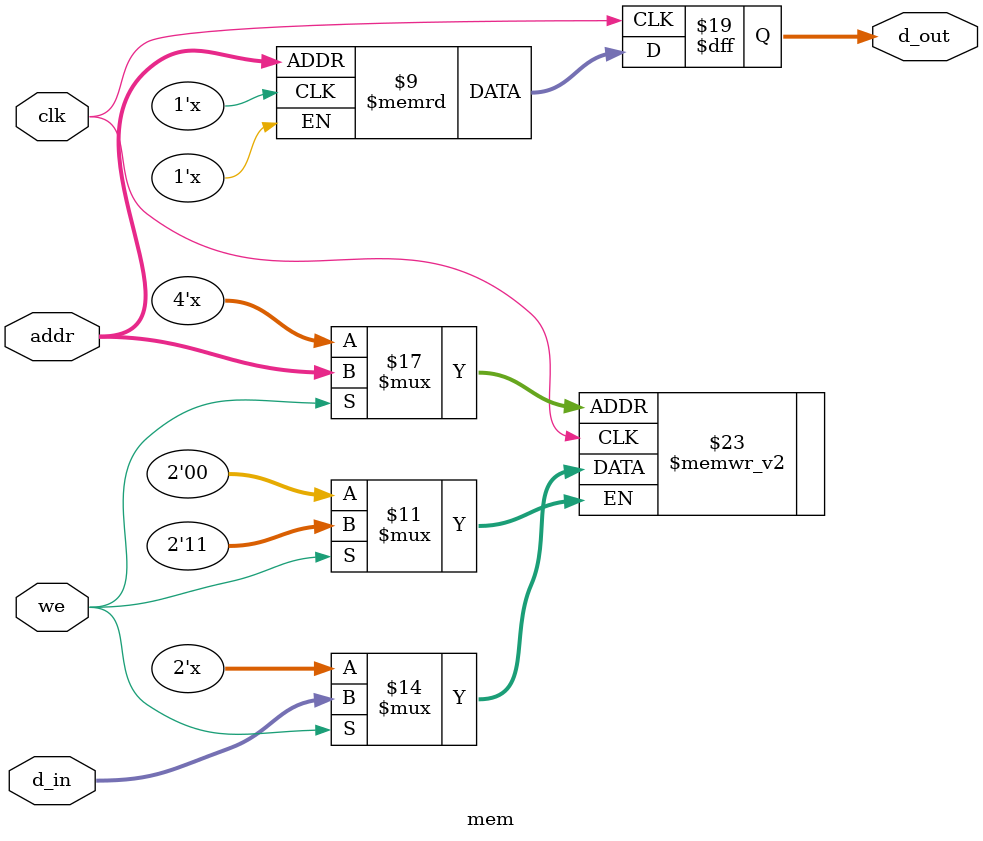
<source format=v>

`default_nettype none

module mem(input wire clk,
           input wire we, 
           input wire [3:0] addr, 
           input wire [1:0] d_in, 
           output reg [1:0] d_out);

    reg [1:0] mem [15:0];

    always @(posedge clk) begin 

        if (we) begin 
            mem[addr] <= d_in;
        end
        d_out <= mem[addr];
    end

endmodule
</source>
